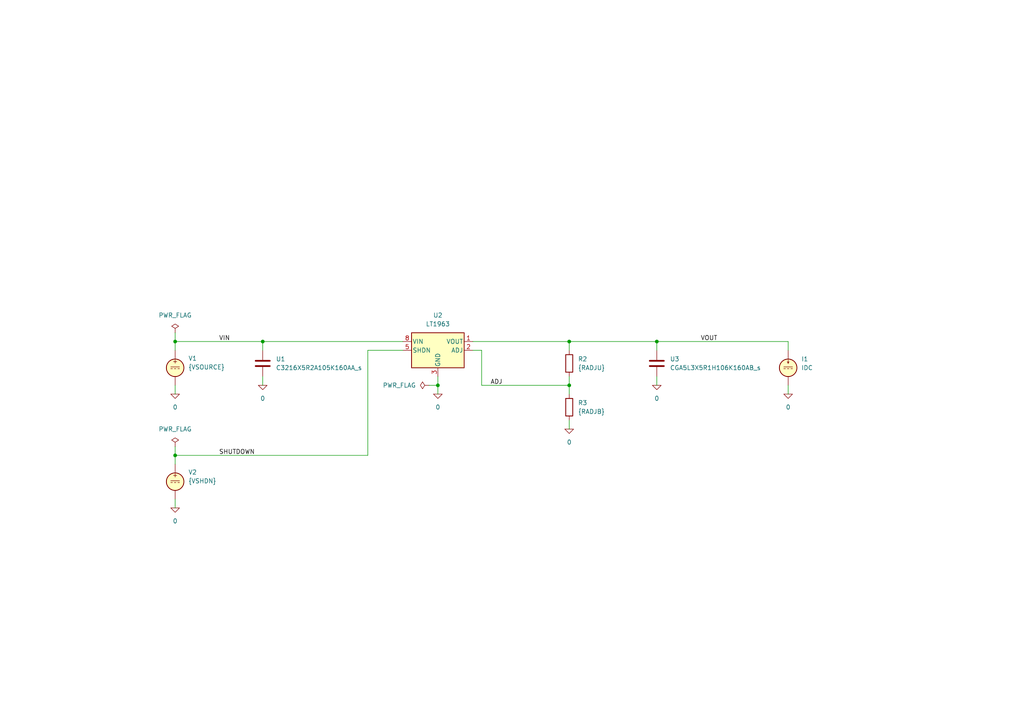
<source format=kicad_sch>
(kicad_sch
	(version 20231120)
	(generator "eeschema")
	(generator_version "8.0")
	(uuid "81742c0b-b5f8-4253-8cb0-488249ae7df1")
	(paper "A4")
	(title_block
		(title "1.5A, low noise, fast transient response LDO regulator")
		(date "2024-11-28")
		(rev "2")
		(company "astroelectronic@")
		(comment 1 "-")
		(comment 2 "-")
		(comment 3 "-")
		(comment 4 "AE01005963")
	)
	(lib_symbols
		(symbol "C_1"
			(pin_numbers hide)
			(pin_names
				(offset 0.254)
			)
			(exclude_from_sim no)
			(in_bom yes)
			(on_board yes)
			(property "Reference" "C"
				(at 0.635 2.54 0)
				(effects
					(font
						(size 1.27 1.27)
					)
					(justify left)
				)
			)
			(property "Value" "C_1"
				(at 0.635 -2.54 0)
				(effects
					(font
						(size 1.27 1.27)
					)
					(justify left)
				)
			)
			(property "Footprint" ""
				(at 0.9652 -3.81 0)
				(effects
					(font
						(size 1.27 1.27)
					)
					(hide yes)
				)
			)
			(property "Datasheet" "~"
				(at 0 0 0)
				(effects
					(font
						(size 1.27 1.27)
					)
					(hide yes)
				)
			)
			(property "Description" "Unpolarized capacitor"
				(at 0 0 0)
				(effects
					(font
						(size 1.27 1.27)
					)
					(hide yes)
				)
			)
			(property "ki_keywords" "cap capacitor"
				(at 0 0 0)
				(effects
					(font
						(size 1.27 1.27)
					)
					(hide yes)
				)
			)
			(property "ki_fp_filters" "C_*"
				(at 0 0 0)
				(effects
					(font
						(size 1.27 1.27)
					)
					(hide yes)
				)
			)
			(symbol "C_1_0_1"
				(polyline
					(pts
						(xy -2.032 -0.762) (xy 2.032 -0.762)
					)
					(stroke
						(width 0.508)
						(type default)
					)
					(fill
						(type none)
					)
				)
				(polyline
					(pts
						(xy -2.032 0.762) (xy 2.032 0.762)
					)
					(stroke
						(width 0.508)
						(type default)
					)
					(fill
						(type none)
					)
				)
			)
			(symbol "C_1_1_1"
				(pin passive line
					(at 0 3.81 270)
					(length 2.794)
					(name "~"
						(effects
							(font
								(size 1.27 1.27)
							)
						)
					)
					(number "1"
						(effects
							(font
								(size 1.27 1.27)
							)
						)
					)
				)
				(pin passive line
					(at 0 -3.81 90)
					(length 2.794)
					(name "~"
						(effects
							(font
								(size 1.27 1.27)
							)
						)
					)
					(number "2"
						(effects
							(font
								(size 1.27 1.27)
							)
						)
					)
				)
			)
		)
		(symbol "C_2"
			(pin_numbers hide)
			(pin_names
				(offset 0.254)
			)
			(exclude_from_sim no)
			(in_bom yes)
			(on_board yes)
			(property "Reference" "C"
				(at 0.635 2.54 0)
				(effects
					(font
						(size 1.27 1.27)
					)
					(justify left)
				)
			)
			(property "Value" "C_2"
				(at 0.635 -2.54 0)
				(effects
					(font
						(size 1.27 1.27)
					)
					(justify left)
				)
			)
			(property "Footprint" ""
				(at 0.9652 -3.81 0)
				(effects
					(font
						(size 1.27 1.27)
					)
					(hide yes)
				)
			)
			(property "Datasheet" "~"
				(at 0 0 0)
				(effects
					(font
						(size 1.27 1.27)
					)
					(hide yes)
				)
			)
			(property "Description" "Unpolarized capacitor"
				(at 0 0 0)
				(effects
					(font
						(size 1.27 1.27)
					)
					(hide yes)
				)
			)
			(property "ki_keywords" "cap capacitor"
				(at 0 0 0)
				(effects
					(font
						(size 1.27 1.27)
					)
					(hide yes)
				)
			)
			(property "ki_fp_filters" "C_*"
				(at 0 0 0)
				(effects
					(font
						(size 1.27 1.27)
					)
					(hide yes)
				)
			)
			(symbol "C_2_0_1"
				(polyline
					(pts
						(xy -2.032 -0.762) (xy 2.032 -0.762)
					)
					(stroke
						(width 0.508)
						(type default)
					)
					(fill
						(type none)
					)
				)
				(polyline
					(pts
						(xy -2.032 0.762) (xy 2.032 0.762)
					)
					(stroke
						(width 0.508)
						(type default)
					)
					(fill
						(type none)
					)
				)
			)
			(symbol "C_2_1_1"
				(pin passive line
					(at 0 3.81 270)
					(length 2.794)
					(name "~"
						(effects
							(font
								(size 1.27 1.27)
							)
						)
					)
					(number "1"
						(effects
							(font
								(size 1.27 1.27)
							)
						)
					)
				)
				(pin passive line
					(at 0 -3.81 90)
					(length 2.794)
					(name "~"
						(effects
							(font
								(size 1.27 1.27)
							)
						)
					)
					(number "2"
						(effects
							(font
								(size 1.27 1.27)
							)
						)
					)
				)
			)
		)
		(symbol "LT1963:0"
			(power)
			(pin_names
				(offset 0)
			)
			(exclude_from_sim no)
			(in_bom yes)
			(on_board yes)
			(property "Reference" "#GND"
				(at 0 -2.54 0)
				(effects
					(font
						(size 1.27 1.27)
					)
					(hide yes)
				)
			)
			(property "Value" "0"
				(at 0 -1.778 0)
				(effects
					(font
						(size 1.27 1.27)
					)
				)
			)
			(property "Footprint" ""
				(at 0 0 0)
				(effects
					(font
						(size 1.27 1.27)
					)
					(hide yes)
				)
			)
			(property "Datasheet" "~"
				(at 0 0 0)
				(effects
					(font
						(size 1.27 1.27)
					)
					(hide yes)
				)
			)
			(property "Description" "0V reference potential for simulation"
				(at 0 0 0)
				(effects
					(font
						(size 1.27 1.27)
					)
					(hide yes)
				)
			)
			(property "ki_keywords" "simulation"
				(at 0 0 0)
				(effects
					(font
						(size 1.27 1.27)
					)
					(hide yes)
				)
			)
			(symbol "0_0_1"
				(polyline
					(pts
						(xy -1.27 0) (xy 0 -1.27) (xy 1.27 0) (xy -1.27 0)
					)
					(stroke
						(width 0)
						(type default)
					)
					(fill
						(type none)
					)
				)
			)
			(symbol "0_1_1"
				(pin power_in line
					(at 0 0 0)
					(length 0) hide
					(name "0"
						(effects
							(font
								(size 1.016 1.016)
							)
						)
					)
					(number "1"
						(effects
							(font
								(size 1.016 1.016)
							)
						)
					)
				)
			)
		)
		(symbol "LT1963:IDC"
			(pin_numbers hide)
			(pin_names
				(offset 0.0254)
			)
			(exclude_from_sim no)
			(in_bom yes)
			(on_board yes)
			(property "Reference" "I"
				(at 2.54 2.54 0)
				(effects
					(font
						(size 1.27 1.27)
					)
					(justify left)
				)
			)
			(property "Value" "1"
				(at 2.54 0 0)
				(effects
					(font
						(size 1.27 1.27)
					)
					(justify left)
				)
			)
			(property "Footprint" ""
				(at 0 0 0)
				(effects
					(font
						(size 1.27 1.27)
					)
					(hide yes)
				)
			)
			(property "Datasheet" "~"
				(at 0 0 0)
				(effects
					(font
						(size 1.27 1.27)
					)
					(hide yes)
				)
			)
			(property "Description" "Current source, DC"
				(at 0 0 0)
				(effects
					(font
						(size 1.27 1.27)
					)
					(hide yes)
				)
			)
			(property "Sim.Pins" "1=+ 2=-"
				(at 0 0 0)
				(effects
					(font
						(size 1.27 1.27)
					)
					(hide yes)
				)
			)
			(property "Sim.Type" "DC"
				(at 0 0 0)
				(effects
					(font
						(size 1.27 1.27)
					)
					(hide yes)
				)
			)
			(property "Sim.Device" "I"
				(at 0 0 0)
				(effects
					(font
						(size 1.27 1.27)
					)
					(justify left)
					(hide yes)
				)
			)
			(property "Spice_Netlist_Enabled" "Y"
				(at 0 0 0)
				(effects
					(font
						(size 1.27 1.27)
					)
					(justify left)
					(hide yes)
				)
			)
			(property "ki_keywords" "simulation"
				(at 0 0 0)
				(effects
					(font
						(size 1.27 1.27)
					)
					(hide yes)
				)
			)
			(symbol "IDC_0_0"
				(polyline
					(pts
						(xy -1.27 0.254) (xy 1.27 0.254)
					)
					(stroke
						(width 0)
						(type default)
					)
					(fill
						(type none)
					)
				)
				(polyline
					(pts
						(xy -0.762 -0.254) (xy -1.27 -0.254)
					)
					(stroke
						(width 0)
						(type default)
					)
					(fill
						(type none)
					)
				)
				(polyline
					(pts
						(xy 0.254 -0.254) (xy -0.254 -0.254)
					)
					(stroke
						(width 0)
						(type default)
					)
					(fill
						(type none)
					)
				)
				(polyline
					(pts
						(xy 1.27 -0.254) (xy 0.762 -0.254)
					)
					(stroke
						(width 0)
						(type default)
					)
					(fill
						(type none)
					)
				)
			)
			(symbol "IDC_0_1"
				(polyline
					(pts
						(xy 0 1.27) (xy 0 2.286)
					)
					(stroke
						(width 0)
						(type default)
					)
					(fill
						(type none)
					)
				)
				(polyline
					(pts
						(xy -0.254 1.778) (xy 0 1.27) (xy 0.254 1.778)
					)
					(stroke
						(width 0)
						(type default)
					)
					(fill
						(type none)
					)
				)
				(circle
					(center 0 0)
					(radius 2.54)
					(stroke
						(width 0.254)
						(type default)
					)
					(fill
						(type background)
					)
				)
			)
			(symbol "IDC_1_1"
				(pin passive line
					(at 0 5.08 270)
					(length 2.54)
					(name "~"
						(effects
							(font
								(size 1.27 1.27)
							)
						)
					)
					(number "1"
						(effects
							(font
								(size 1.27 1.27)
							)
						)
					)
				)
				(pin passive line
					(at 0 -5.08 90)
					(length 2.54)
					(name "~"
						(effects
							(font
								(size 1.27 1.27)
							)
						)
					)
					(number "2"
						(effects
							(font
								(size 1.27 1.27)
							)
						)
					)
				)
			)
		)
		(symbol "LT1963:LT1963"
			(pin_names
				(offset 0.254)
			)
			(exclude_from_sim no)
			(in_bom yes)
			(on_board yes)
			(property "Reference" "U"
				(at -6.35 6.35 0)
				(effects
					(font
						(size 1.27 1.27)
					)
				)
			)
			(property "Value" "LT1963"
				(at 0 6.35 0)
				(effects
					(font
						(size 1.27 1.27)
					)
					(justify left)
				)
			)
			(property "Footprint" ""
				(at 0 8.255 0)
				(effects
					(font
						(size 1.27 1.27)
					)
					(hide yes)
				)
			)
			(property "Datasheet" "https://www.analog.com/en/products/lt1963.html"
				(at 0 0 0)
				(effects
					(font
						(size 1.27 1.27)
					)
					(hide yes)
				)
			)
			(property "Description" "1.5A, Low Noise, Fast Transient Response LDO Regulators"
				(at 0 0 0)
				(effects
					(font
						(size 1.27 1.27)
					)
					(hide yes)
				)
			)
			(property "ki_keywords" "REGULATOR POSITIVE POWER LDO"
				(at 0 0 0)
				(effects
					(font
						(size 1.27 1.27)
					)
					(hide yes)
				)
			)
			(property "ki_fp_filters" "TSOT?23*"
				(at 0 0 0)
				(effects
					(font
						(size 1.27 1.27)
					)
					(hide yes)
				)
			)
			(symbol "LT1963_0_1"
				(rectangle
					(start -7.62 5.08)
					(end 7.62 -5.08)
					(stroke
						(width 0.254)
						(type default)
					)
					(fill
						(type background)
					)
				)
			)
			(symbol "LT1963_1_1"
				(pin passive line
					(at 10.16 2.54 180)
					(length 2.54)
					(name "VOUT"
						(effects
							(font
								(size 1.27 1.27)
							)
						)
					)
					(number "1"
						(effects
							(font
								(size 1.27 1.27)
							)
						)
					)
				)
				(pin passive line
					(at 10.16 0 180)
					(length 2.54)
					(name "ADJ"
						(effects
							(font
								(size 1.27 1.27)
							)
						)
					)
					(number "2"
						(effects
							(font
								(size 1.27 1.27)
							)
						)
					)
				)
				(pin passive line
					(at 0 -7.62 90)
					(length 2.54)
					(name "GND"
						(effects
							(font
								(size 1.27 1.27)
							)
						)
					)
					(number "3"
						(effects
							(font
								(size 1.27 1.27)
							)
						)
					)
				)
				(pin passive line
					(at -10.16 0 0)
					(length 2.54)
					(name "SHDN"
						(effects
							(font
								(size 1.27 1.27)
							)
						)
					)
					(number "5"
						(effects
							(font
								(size 1.27 1.27)
							)
						)
					)
				)
				(pin passive line
					(at -10.16 2.54 0)
					(length 2.54)
					(name "VIN"
						(effects
							(font
								(size 1.27 1.27)
							)
						)
					)
					(number "8"
						(effects
							(font
								(size 1.27 1.27)
							)
						)
					)
				)
			)
		)
		(symbol "LT1963:PWR_FLAG"
			(power)
			(pin_numbers hide)
			(pin_names
				(offset 0) hide)
			(exclude_from_sim no)
			(in_bom yes)
			(on_board yes)
			(property "Reference" "#FLG"
				(at 0 1.905 0)
				(effects
					(font
						(size 1.27 1.27)
					)
					(hide yes)
				)
			)
			(property "Value" "PWR_FLAG"
				(at 0 3.81 0)
				(effects
					(font
						(size 1.27 1.27)
					)
				)
			)
			(property "Footprint" ""
				(at 0 0 0)
				(effects
					(font
						(size 1.27 1.27)
					)
					(hide yes)
				)
			)
			(property "Datasheet" "~"
				(at 0 0 0)
				(effects
					(font
						(size 1.27 1.27)
					)
					(hide yes)
				)
			)
			(property "Description" "Special symbol for telling ERC where power comes from"
				(at 0 0 0)
				(effects
					(font
						(size 1.27 1.27)
					)
					(hide yes)
				)
			)
			(property "ki_keywords" "flag power"
				(at 0 0 0)
				(effects
					(font
						(size 1.27 1.27)
					)
					(hide yes)
				)
			)
			(symbol "PWR_FLAG_0_0"
				(pin power_out line
					(at 0 0 90)
					(length 0)
					(name "pwr"
						(effects
							(font
								(size 1.27 1.27)
							)
						)
					)
					(number "1"
						(effects
							(font
								(size 1.27 1.27)
							)
						)
					)
				)
			)
			(symbol "PWR_FLAG_0_1"
				(polyline
					(pts
						(xy 0 0) (xy 0 1.27) (xy -1.016 1.905) (xy 0 2.54) (xy 1.016 1.905) (xy 0 1.27)
					)
					(stroke
						(width 0)
						(type default)
					)
					(fill
						(type none)
					)
				)
			)
		)
		(symbol "LT1963:R"
			(pin_numbers hide)
			(pin_names
				(offset 0)
			)
			(exclude_from_sim no)
			(in_bom yes)
			(on_board yes)
			(property "Reference" "R"
				(at 2.032 0 90)
				(effects
					(font
						(size 1.27 1.27)
					)
				)
			)
			(property "Value" "R"
				(at 0 0 90)
				(effects
					(font
						(size 1.27 1.27)
					)
				)
			)
			(property "Footprint" ""
				(at -1.778 0 90)
				(effects
					(font
						(size 1.27 1.27)
					)
					(hide yes)
				)
			)
			(property "Datasheet" "~"
				(at 0 0 0)
				(effects
					(font
						(size 1.27 1.27)
					)
					(hide yes)
				)
			)
			(property "Description" "Resistor"
				(at 0 0 0)
				(effects
					(font
						(size 1.27 1.27)
					)
					(hide yes)
				)
			)
			(property "ki_keywords" "R res resistor"
				(at 0 0 0)
				(effects
					(font
						(size 1.27 1.27)
					)
					(hide yes)
				)
			)
			(property "ki_fp_filters" "R_*"
				(at 0 0 0)
				(effects
					(font
						(size 1.27 1.27)
					)
					(hide yes)
				)
			)
			(symbol "R_0_1"
				(rectangle
					(start -1.016 -2.54)
					(end 1.016 2.54)
					(stroke
						(width 0.254)
						(type default)
					)
					(fill
						(type none)
					)
				)
			)
			(symbol "R_1_1"
				(pin passive line
					(at 0 3.81 270)
					(length 1.27)
					(name "~"
						(effects
							(font
								(size 1.27 1.27)
							)
						)
					)
					(number "1"
						(effects
							(font
								(size 1.27 1.27)
							)
						)
					)
				)
				(pin passive line
					(at 0 -3.81 90)
					(length 1.27)
					(name "~"
						(effects
							(font
								(size 1.27 1.27)
							)
						)
					)
					(number "2"
						(effects
							(font
								(size 1.27 1.27)
							)
						)
					)
				)
			)
		)
		(symbol "LT1963:VDC"
			(pin_numbers hide)
			(pin_names
				(offset 0.0254)
			)
			(exclude_from_sim no)
			(in_bom yes)
			(on_board yes)
			(property "Reference" "V"
				(at 2.54 2.54 0)
				(effects
					(font
						(size 1.27 1.27)
					)
					(justify left)
				)
			)
			(property "Value" "1"
				(at 2.54 0 0)
				(effects
					(font
						(size 1.27 1.27)
					)
					(justify left)
				)
			)
			(property "Footprint" ""
				(at 0 0 0)
				(effects
					(font
						(size 1.27 1.27)
					)
					(hide yes)
				)
			)
			(property "Datasheet" "~"
				(at 0 0 0)
				(effects
					(font
						(size 1.27 1.27)
					)
					(hide yes)
				)
			)
			(property "Description" "Voltage source, DC"
				(at 0 0 0)
				(effects
					(font
						(size 1.27 1.27)
					)
					(hide yes)
				)
			)
			(property "Sim.Pins" "1=+ 2=-"
				(at 0 0 0)
				(effects
					(font
						(size 1.27 1.27)
					)
					(hide yes)
				)
			)
			(property "Sim.Type" "DC"
				(at 0 0 0)
				(effects
					(font
						(size 1.27 1.27)
					)
					(hide yes)
				)
			)
			(property "Sim.Device" "V"
				(at 0 0 0)
				(effects
					(font
						(size 1.27 1.27)
					)
					(justify left)
					(hide yes)
				)
			)
			(property "Spice_Netlist_Enabled" "Y"
				(at 0 0 0)
				(effects
					(font
						(size 1.27 1.27)
					)
					(justify left)
					(hide yes)
				)
			)
			(property "ki_keywords" "simulation"
				(at 0 0 0)
				(effects
					(font
						(size 1.27 1.27)
					)
					(hide yes)
				)
			)
			(symbol "VDC_0_0"
				(polyline
					(pts
						(xy -1.27 0.254) (xy 1.27 0.254)
					)
					(stroke
						(width 0)
						(type default)
					)
					(fill
						(type none)
					)
				)
				(polyline
					(pts
						(xy -0.762 -0.254) (xy -1.27 -0.254)
					)
					(stroke
						(width 0)
						(type default)
					)
					(fill
						(type none)
					)
				)
				(polyline
					(pts
						(xy 0.254 -0.254) (xy -0.254 -0.254)
					)
					(stroke
						(width 0)
						(type default)
					)
					(fill
						(type none)
					)
				)
				(polyline
					(pts
						(xy 1.27 -0.254) (xy 0.762 -0.254)
					)
					(stroke
						(width 0)
						(type default)
					)
					(fill
						(type none)
					)
				)
				(text "+"
					(at 0 1.905 0)
					(effects
						(font
							(size 1.27 1.27)
						)
					)
				)
			)
			(symbol "VDC_0_1"
				(circle
					(center 0 0)
					(radius 2.54)
					(stroke
						(width 0.254)
						(type default)
					)
					(fill
						(type background)
					)
				)
			)
			(symbol "VDC_1_1"
				(pin passive line
					(at 0 5.08 270)
					(length 2.54)
					(name "~"
						(effects
							(font
								(size 1.27 1.27)
							)
						)
					)
					(number "1"
						(effects
							(font
								(size 1.27 1.27)
							)
						)
					)
				)
				(pin passive line
					(at 0 -5.08 90)
					(length 2.54)
					(name "~"
						(effects
							(font
								(size 1.27 1.27)
							)
						)
					)
					(number "2"
						(effects
							(font
								(size 1.27 1.27)
							)
						)
					)
				)
			)
		)
	)
	(junction
		(at 190.5 99.06)
		(diameter 0)
		(color 0 0 0 0)
		(uuid "11109602-1aa3-4662-aaee-cd7778ed68d3")
	)
	(junction
		(at 165.1 99.06)
		(diameter 0)
		(color 0 0 0 0)
		(uuid "42864d58-f36f-475f-827e-a50cd7d9d3a0")
	)
	(junction
		(at 165.1 111.76)
		(diameter 0)
		(color 0 0 0 0)
		(uuid "572f6b32-03c9-4d27-afda-0f6f65180ffc")
	)
	(junction
		(at 50.8 132.08)
		(diameter 0)
		(color 0 0 0 0)
		(uuid "860cd9c7-727a-4cf2-a678-590a1ffd32a3")
	)
	(junction
		(at 50.8 99.06)
		(diameter 0)
		(color 0 0 0 0)
		(uuid "b8a210d7-bdf1-4456-8c25-8a82d5c7f6cf")
	)
	(junction
		(at 76.2 99.06)
		(diameter 0)
		(color 0 0 0 0)
		(uuid "d6a02af8-1190-42d4-8ada-9f6c6c253d1c")
	)
	(junction
		(at 127 111.76)
		(diameter 0)
		(color 0 0 0 0)
		(uuid "db638b4a-fca0-4113-af5b-9bc4768de372")
	)
	(wire
		(pts
			(xy 228.6 101.6) (xy 228.6 99.06)
		)
		(stroke
			(width 0)
			(type default)
		)
		(uuid "1356824a-1a49-43ac-856e-20d1d948a33f")
	)
	(wire
		(pts
			(xy 165.1 111.76) (xy 165.1 114.3)
		)
		(stroke
			(width 0)
			(type default)
		)
		(uuid "14ba19cc-cab9-4115-9733-11cb6575238a")
	)
	(wire
		(pts
			(xy 50.8 129.54) (xy 50.8 132.08)
		)
		(stroke
			(width 0)
			(type default)
		)
		(uuid "19256baf-1083-452d-8446-92ff51587970")
	)
	(wire
		(pts
			(xy 76.2 109.22) (xy 76.2 111.76)
		)
		(stroke
			(width 0)
			(type default)
		)
		(uuid "24428103-292a-4d56-b6a0-2b2cef0552a0")
	)
	(wire
		(pts
			(xy 190.5 109.22) (xy 190.5 111.76)
		)
		(stroke
			(width 0)
			(type default)
		)
		(uuid "2a8d9f39-7015-4ef9-b3b6-73b8662dda40")
	)
	(wire
		(pts
			(xy 165.1 99.06) (xy 190.5 99.06)
		)
		(stroke
			(width 0)
			(type default)
		)
		(uuid "2ce9b536-4aa0-456b-a68c-eaf45f9c02d5")
	)
	(wire
		(pts
			(xy 106.68 101.6) (xy 106.68 132.08)
		)
		(stroke
			(width 0)
			(type default)
		)
		(uuid "32c32f00-a3ef-4b49-8025-0105833ac2f5")
	)
	(wire
		(pts
			(xy 137.16 99.06) (xy 165.1 99.06)
		)
		(stroke
			(width 0)
			(type default)
		)
		(uuid "4044a957-ffaa-4c2f-9254-eb8c2e8157ce")
	)
	(wire
		(pts
			(xy 127 109.22) (xy 127 111.76)
		)
		(stroke
			(width 0)
			(type default)
		)
		(uuid "5aa00d47-abc6-48c1-9c9d-2e2c7735ba12")
	)
	(wire
		(pts
			(xy 190.5 101.6) (xy 190.5 99.06)
		)
		(stroke
			(width 0)
			(type default)
		)
		(uuid "62d26abd-ba0c-4339-a528-0b145ba7bae8")
	)
	(wire
		(pts
			(xy 165.1 121.92) (xy 165.1 124.46)
		)
		(stroke
			(width 0)
			(type default)
		)
		(uuid "66d77bf9-f843-4274-8fb3-9aacf38ee482")
	)
	(wire
		(pts
			(xy 139.7 101.6) (xy 137.16 101.6)
		)
		(stroke
			(width 0)
			(type default)
		)
		(uuid "7a6a1a57-0510-46e9-bbc7-a1b708dac2f2")
	)
	(wire
		(pts
			(xy 50.8 144.78) (xy 50.8 147.32)
		)
		(stroke
			(width 0)
			(type default)
		)
		(uuid "7e43d0b9-1036-428e-86c6-7433e7db64fc")
	)
	(wire
		(pts
			(xy 228.6 111.76) (xy 228.6 114.3)
		)
		(stroke
			(width 0)
			(type default)
		)
		(uuid "7eec934c-6cc3-47eb-b91a-74863d77add4")
	)
	(wire
		(pts
			(xy 50.8 134.62) (xy 50.8 132.08)
		)
		(stroke
			(width 0)
			(type default)
		)
		(uuid "a3cbf3e1-7ce0-4afe-8368-2bdd4944e5f1")
	)
	(wire
		(pts
			(xy 190.5 99.06) (xy 228.6 99.06)
		)
		(stroke
			(width 0)
			(type default)
		)
		(uuid "a77d93fd-8c8f-476d-ba10-649967172bbb")
	)
	(wire
		(pts
			(xy 106.68 101.6) (xy 116.84 101.6)
		)
		(stroke
			(width 0)
			(type default)
		)
		(uuid "aab2b428-2549-4c2e-a05a-1276fc5a37dd")
	)
	(wire
		(pts
			(xy 139.7 111.76) (xy 139.7 101.6)
		)
		(stroke
			(width 0)
			(type default)
		)
		(uuid "bdcd4650-515e-48f6-8bb9-bc5bbc29ef4b")
	)
	(wire
		(pts
			(xy 50.8 99.06) (xy 76.2 99.06)
		)
		(stroke
			(width 0)
			(type default)
		)
		(uuid "be1c155e-5797-4fb6-a745-d1cc0aa3264c")
	)
	(wire
		(pts
			(xy 76.2 99.06) (xy 116.84 99.06)
		)
		(stroke
			(width 0)
			(type default)
		)
		(uuid "c0a03b20-53c0-4226-8bf9-f9dd00325717")
	)
	(wire
		(pts
			(xy 76.2 99.06) (xy 76.2 101.6)
		)
		(stroke
			(width 0)
			(type default)
		)
		(uuid "ca25e6f0-9cd2-4f65-a389-a3cfbade2b23")
	)
	(wire
		(pts
			(xy 127 111.76) (xy 124.46 111.76)
		)
		(stroke
			(width 0)
			(type default)
		)
		(uuid "cd2ecde7-a2b7-46e7-a79f-53450da65f90")
	)
	(wire
		(pts
			(xy 127 111.76) (xy 127 114.3)
		)
		(stroke
			(width 0)
			(type default)
		)
		(uuid "d1a94bdd-7134-4c78-a2d5-f25a4b0923eb")
	)
	(wire
		(pts
			(xy 165.1 99.06) (xy 165.1 101.6)
		)
		(stroke
			(width 0)
			(type default)
		)
		(uuid "d2b6b60c-8c64-4daa-b0f6-ba30cb3cf25e")
	)
	(wire
		(pts
			(xy 50.8 101.6) (xy 50.8 99.06)
		)
		(stroke
			(width 0)
			(type default)
		)
		(uuid "d2e956d2-fcf1-459e-9dd1-96352e8b6efe")
	)
	(wire
		(pts
			(xy 50.8 96.52) (xy 50.8 99.06)
		)
		(stroke
			(width 0)
			(type default)
		)
		(uuid "d4c083b6-708b-40dc-8a8d-47118ff17940")
	)
	(wire
		(pts
			(xy 165.1 109.22) (xy 165.1 111.76)
		)
		(stroke
			(width 0)
			(type default)
		)
		(uuid "d9561174-456d-4a2a-9f06-a8e41ae2ae6a")
	)
	(wire
		(pts
			(xy 50.8 111.76) (xy 50.8 114.3)
		)
		(stroke
			(width 0)
			(type default)
		)
		(uuid "e6e488de-6bbe-4325-8661-1fc9a3c093c3")
	)
	(wire
		(pts
			(xy 50.8 132.08) (xy 106.68 132.08)
		)
		(stroke
			(width 0)
			(type default)
		)
		(uuid "e8949728-af45-4b39-8102-cf280eaadea9")
	)
	(wire
		(pts
			(xy 139.7 111.76) (xy 165.1 111.76)
		)
		(stroke
			(width 0)
			(type default)
		)
		(uuid "edf6db8c-9142-4bc6-8df1-2e9ad88b3a67")
	)
	(label "SHUTDOWN"
		(at 63.5 132.08 0)
		(fields_autoplaced yes)
		(effects
			(font
				(size 1.27 1.27)
			)
			(justify left bottom)
		)
		(uuid "0e98e82e-c229-45b8-8d98-afee5cfdb557")
	)
	(label "VOUT"
		(at 203.2 99.06 0)
		(fields_autoplaced yes)
		(effects
			(font
				(size 1.27 1.27)
			)
			(justify left bottom)
		)
		(uuid "24762aca-e450-47b5-8e72-e7098422ca6b")
	)
	(label "ADJ"
		(at 142.24 111.76 0)
		(fields_autoplaced yes)
		(effects
			(font
				(size 1.27 1.27)
			)
			(justify left bottom)
		)
		(uuid "81ea7eac-d918-446e-8f07-195c3b50ec83")
	)
	(label "VIN"
		(at 63.5 99.06 0)
		(fields_autoplaced yes)
		(effects
			(font
				(size 1.27 1.27)
			)
			(justify left bottom)
		)
		(uuid "ce8c0197-12fa-46ad-99d9-f8922b3114cb")
	)
	(symbol
		(lib_id "LT1963:0")
		(at 76.2 111.76 0)
		(unit 1)
		(exclude_from_sim no)
		(in_bom yes)
		(on_board yes)
		(dnp no)
		(fields_autoplaced yes)
		(uuid "0268f42e-e91b-4228-ae8f-e4c54ec3fe40")
		(property "Reference" "#GND0106"
			(at 76.2 114.3 0)
			(effects
				(font
					(size 1.27 1.27)
				)
				(hide yes)
			)
		)
		(property "Value" "0"
			(at 76.2 115.57 0)
			(effects
				(font
					(size 1.27 1.27)
				)
			)
		)
		(property "Footprint" ""
			(at 76.2 111.76 0)
			(effects
				(font
					(size 1.27 1.27)
				)
				(hide yes)
			)
		)
		(property "Datasheet" "~"
			(at 76.2 111.76 0)
			(effects
				(font
					(size 1.27 1.27)
				)
				(hide yes)
			)
		)
		(property "Description" ""
			(at 76.2 111.76 0)
			(effects
				(font
					(size 1.27 1.27)
				)
				(hide yes)
			)
		)
		(pin "1"
			(uuid "87809094-6005-4f08-a78c-1cb4819790d4")
		)
		(instances
			(project "LT1963_shutdown"
				(path "/81742c0b-b5f8-4253-8cb0-488249ae7df1"
					(reference "#GND0106")
					(unit 1)
				)
			)
		)
	)
	(symbol
		(lib_id "LT1963:0")
		(at 50.8 114.3 0)
		(unit 1)
		(exclude_from_sim no)
		(in_bom yes)
		(on_board yes)
		(dnp no)
		(fields_autoplaced yes)
		(uuid "2636227d-dfd1-4aac-8057-54746b3d0781")
		(property "Reference" "#GND0105"
			(at 50.8 116.84 0)
			(effects
				(font
					(size 1.27 1.27)
				)
				(hide yes)
			)
		)
		(property "Value" "0"
			(at 50.8 118.11 0)
			(effects
				(font
					(size 1.27 1.27)
				)
			)
		)
		(property "Footprint" ""
			(at 50.8 114.3 0)
			(effects
				(font
					(size 1.27 1.27)
				)
				(hide yes)
			)
		)
		(property "Datasheet" "~"
			(at 50.8 114.3 0)
			(effects
				(font
					(size 1.27 1.27)
				)
				(hide yes)
			)
		)
		(property "Description" ""
			(at 50.8 114.3 0)
			(effects
				(font
					(size 1.27 1.27)
				)
				(hide yes)
			)
		)
		(pin "1"
			(uuid "f6042a3f-6901-42ff-989d-e64f26386100")
		)
		(instances
			(project "LT1963_shutdown"
				(path "/81742c0b-b5f8-4253-8cb0-488249ae7df1"
					(reference "#GND0105")
					(unit 1)
				)
			)
		)
	)
	(symbol
		(lib_name "LT1963:IDC")
		(lib_id "LT1963:IDC")
		(at 228.6 106.68 0)
		(unit 1)
		(exclude_from_sim no)
		(in_bom yes)
		(on_board yes)
		(dnp no)
		(fields_autoplaced yes)
		(uuid "298384bb-7d38-4da4-8df4-4a5870f13a7e")
		(property "Reference" "I1"
			(at 232.41 104.1399 0)
			(effects
				(font
					(size 1.27 1.27)
				)
				(justify left)
			)
		)
		(property "Value" "IDC"
			(at 232.41 106.6799 0)
			(effects
				(font
					(size 1.27 1.27)
				)
				(justify left)
			)
		)
		(property "Footprint" ""
			(at 228.6 106.68 0)
			(effects
				(font
					(size 1.27 1.27)
				)
				(hide yes)
			)
		)
		(property "Datasheet" "~"
			(at 228.6 106.68 0)
			(effects
				(font
					(size 1.27 1.27)
				)
				(hide yes)
			)
		)
		(property "Description" ""
			(at 228.6 106.68 0)
			(effects
				(font
					(size 1.27 1.27)
				)
				(hide yes)
			)
		)
		(property "Sim.Device" "SPICE"
			(at 228.6 106.68 0)
			(effects
				(font
					(size 1.27 1.27)
				)
				(justify left)
				(hide yes)
			)
		)
		(property "Sim.Params" "type=\"I\" model=\"{ILOAD}\" lib=\"\""
			(at 0 0 0)
			(effects
				(font
					(size 1.27 1.27)
				)
				(hide yes)
			)
		)
		(property "Sim.Pins" "1=1 2=2"
			(at 0 0 0)
			(effects
				(font
					(size 1.27 1.27)
				)
				(hide yes)
			)
		)
		(pin "1"
			(uuid "32a72a8c-2687-4119-9922-5a673c19d69c")
		)
		(pin "2"
			(uuid "079d57c3-5333-4c39-8798-a4a1eaea928b")
		)
		(instances
			(project "LT1963_shutdown"
				(path "/81742c0b-b5f8-4253-8cb0-488249ae7df1"
					(reference "I1")
					(unit 1)
				)
			)
		)
	)
	(symbol
		(lib_id "LT1963:R")
		(at 165.1 105.41 0)
		(unit 1)
		(exclude_from_sim no)
		(in_bom yes)
		(on_board yes)
		(dnp no)
		(fields_autoplaced yes)
		(uuid "5179e288-479b-4b93-b9e7-fe29fddc8aad")
		(property "Reference" "R2"
			(at 167.64 104.1399 0)
			(effects
				(font
					(size 1.27 1.27)
				)
				(justify left)
			)
		)
		(property "Value" "{RADJU}"
			(at 167.64 106.6799 0)
			(effects
				(font
					(size 1.27 1.27)
				)
				(justify left)
			)
		)
		(property "Footprint" ""
			(at 163.322 105.41 90)
			(effects
				(font
					(size 1.27 1.27)
				)
				(hide yes)
			)
		)
		(property "Datasheet" "~"
			(at 165.1 105.41 0)
			(effects
				(font
					(size 1.27 1.27)
				)
				(hide yes)
			)
		)
		(property "Description" ""
			(at 165.1 105.41 0)
			(effects
				(font
					(size 1.27 1.27)
				)
				(hide yes)
			)
		)
		(pin "1"
			(uuid "75160e0e-ec09-455e-97e7-7d760a083bc9")
		)
		(pin "2"
			(uuid "4f80291a-1c8e-4654-b7d9-bc61f549b91b")
		)
		(instances
			(project "LT1963_shutdown"
				(path "/81742c0b-b5f8-4253-8cb0-488249ae7df1"
					(reference "R2")
					(unit 1)
				)
			)
		)
	)
	(symbol
		(lib_id "LT1963:LT1963")
		(at 127 101.6 0)
		(unit 1)
		(exclude_from_sim no)
		(in_bom yes)
		(on_board yes)
		(dnp no)
		(fields_autoplaced yes)
		(uuid "6f3090ca-8a2a-4952-977f-55a0d94c98be")
		(property "Reference" "U2"
			(at 127 91.44 0)
			(effects
				(font
					(size 1.27 1.27)
				)
			)
		)
		(property "Value" "LT1963"
			(at 127 93.98 0)
			(effects
				(font
					(size 1.27 1.27)
				)
			)
		)
		(property "Footprint" ""
			(at 127 93.345 0)
			(effects
				(font
					(size 1.27 1.27)
				)
				(hide yes)
			)
		)
		(property "Datasheet" "https://www.analog.com/en/products/lt1963.html"
			(at 127 101.6 0)
			(effects
				(font
					(size 1.27 1.27)
				)
				(hide yes)
			)
		)
		(property "Description" ""
			(at 127 101.6 0)
			(effects
				(font
					(size 1.27 1.27)
				)
				(hide yes)
			)
		)
		(property "Sim.Device" "SUBCKT"
			(at 127 101.6 0)
			(effects
				(font
					(size 1.27 1.27)
				)
				(hide yes)
			)
		)
		(property "Sim.Pins" "1=1 2=2 3=3 5=5 8=8"
			(at 0 0 0)
			(effects
				(font
					(size 1.27 1.27)
				)
				(hide yes)
			)
		)
		(property "Sim.Library" "C:\\AE\\LT1963\\_models\\LT1963.lib"
			(at 127 101.6 0)
			(effects
				(font
					(size 1.27 1.27)
				)
				(hide yes)
			)
		)
		(property "Sim.Name" "LT1963"
			(at 127 101.6 0)
			(effects
				(font
					(size 1.27 1.27)
				)
				(hide yes)
			)
		)
		(pin "1"
			(uuid "c949554c-ec0d-4ad0-bff2-fe3f66317414")
		)
		(pin "2"
			(uuid "fd824f4f-8143-4f8f-afdf-d2d87ab6ae03")
		)
		(pin "3"
			(uuid "093f7dfa-73fa-44bb-a66f-34adfb0fe6b2")
		)
		(pin "5"
			(uuid "98f21b62-419f-47ff-bd73-50b4e5fdd402")
		)
		(pin "8"
			(uuid "e90f6c44-d6b9-4325-8eac-3d430763a2e3")
		)
		(instances
			(project "LT1963_shutdown"
				(path "/81742c0b-b5f8-4253-8cb0-488249ae7df1"
					(reference "U2")
					(unit 1)
				)
			)
		)
	)
	(symbol
		(lib_id "LT1963:0")
		(at 228.6 114.3 0)
		(unit 1)
		(exclude_from_sim no)
		(in_bom yes)
		(on_board yes)
		(dnp no)
		(fields_autoplaced yes)
		(uuid "88696210-2337-49e0-a868-846f60638ba6")
		(property "Reference" "#GND0102"
			(at 228.6 116.84 0)
			(effects
				(font
					(size 1.27 1.27)
				)
				(hide yes)
			)
		)
		(property "Value" "0"
			(at 228.6 118.11 0)
			(effects
				(font
					(size 1.27 1.27)
				)
			)
		)
		(property "Footprint" ""
			(at 228.6 114.3 0)
			(effects
				(font
					(size 1.27 1.27)
				)
				(hide yes)
			)
		)
		(property "Datasheet" "~"
			(at 228.6 114.3 0)
			(effects
				(font
					(size 1.27 1.27)
				)
				(hide yes)
			)
		)
		(property "Description" ""
			(at 228.6 114.3 0)
			(effects
				(font
					(size 1.27 1.27)
				)
				(hide yes)
			)
		)
		(pin "1"
			(uuid "3cade351-21d9-4845-8a9e-625ec023cc55")
		)
		(instances
			(project "LT1963_shutdown"
				(path "/81742c0b-b5f8-4253-8cb0-488249ae7df1"
					(reference "#GND0102")
					(unit 1)
				)
			)
		)
	)
	(symbol
		(lib_id "LT1963:PWR_FLAG")
		(at 50.8 129.54 0)
		(unit 1)
		(exclude_from_sim no)
		(in_bom yes)
		(on_board yes)
		(dnp no)
		(fields_autoplaced yes)
		(uuid "8e0250ca-89d4-4943-9b8c-70f4cca1304e")
		(property "Reference" "#FLG0101"
			(at 50.8 127.635 0)
			(effects
				(font
					(size 1.27 1.27)
				)
				(hide yes)
			)
		)
		(property "Value" "PWR_FLAG"
			(at 50.8 124.46 0)
			(effects
				(font
					(size 1.27 1.27)
				)
			)
		)
		(property "Footprint" ""
			(at 50.8 129.54 0)
			(effects
				(font
					(size 1.27 1.27)
				)
				(hide yes)
			)
		)
		(property "Datasheet" "~"
			(at 50.8 129.54 0)
			(effects
				(font
					(size 1.27 1.27)
				)
				(hide yes)
			)
		)
		(property "Description" ""
			(at 50.8 129.54 0)
			(effects
				(font
					(size 1.27 1.27)
				)
				(hide yes)
			)
		)
		(pin "1"
			(uuid "399d8537-71a5-4c1a-b6a8-27a9bc87c00f")
		)
		(instances
			(project "LT1963_shutdown"
				(path "/81742c0b-b5f8-4253-8cb0-488249ae7df1"
					(reference "#FLG0101")
					(unit 1)
				)
			)
		)
	)
	(symbol
		(lib_id "LT1963:PWR_FLAG")
		(at 124.46 111.76 90)
		(unit 1)
		(exclude_from_sim no)
		(in_bom yes)
		(on_board yes)
		(dnp no)
		(fields_autoplaced yes)
		(uuid "91e4f036-2f34-4b1f-8ea4-8ab8111a0c38")
		(property "Reference" "#FLG02"
			(at 122.555 111.76 0)
			(effects
				(font
					(size 1.27 1.27)
				)
				(hide yes)
			)
		)
		(property "Value" "PWR_FLAG"
			(at 120.65 111.7599 90)
			(effects
				(font
					(size 1.27 1.27)
				)
				(justify left)
			)
		)
		(property "Footprint" ""
			(at 124.46 111.76 0)
			(effects
				(font
					(size 1.27 1.27)
				)
				(hide yes)
			)
		)
		(property "Datasheet" "~"
			(at 124.46 111.76 0)
			(effects
				(font
					(size 1.27 1.27)
				)
				(hide yes)
			)
		)
		(property "Description" ""
			(at 124.46 111.76 0)
			(effects
				(font
					(size 1.27 1.27)
				)
				(hide yes)
			)
		)
		(pin "1"
			(uuid "24b57ba5-7f01-46a1-9acf-01152a44b808")
		)
		(instances
			(project "LT1963_shutdown"
				(path "/81742c0b-b5f8-4253-8cb0-488249ae7df1"
					(reference "#FLG02")
					(unit 1)
				)
			)
		)
	)
	(symbol
		(lib_id "LT1963:0")
		(at 165.1 124.46 0)
		(unit 1)
		(exclude_from_sim no)
		(in_bom yes)
		(on_board yes)
		(dnp no)
		(fields_autoplaced yes)
		(uuid "b05f9074-b445-4550-9208-ce8c0e549e16")
		(property "Reference" "#GND01"
			(at 165.1 127 0)
			(effects
				(font
					(size 1.27 1.27)
				)
				(hide yes)
			)
		)
		(property "Value" "0"
			(at 165.1 128.27 0)
			(effects
				(font
					(size 1.27 1.27)
				)
			)
		)
		(property "Footprint" ""
			(at 165.1 124.46 0)
			(effects
				(font
					(size 1.27 1.27)
				)
				(hide yes)
			)
		)
		(property "Datasheet" "~"
			(at 165.1 124.46 0)
			(effects
				(font
					(size 1.27 1.27)
				)
				(hide yes)
			)
		)
		(property "Description" ""
			(at 165.1 124.46 0)
			(effects
				(font
					(size 1.27 1.27)
				)
				(hide yes)
			)
		)
		(pin "1"
			(uuid "084f9f8f-e52c-4f13-8829-b509f4efeaa8")
		)
		(instances
			(project "LT1963_shutdown"
				(path "/81742c0b-b5f8-4253-8cb0-488249ae7df1"
					(reference "#GND01")
					(unit 1)
				)
			)
		)
	)
	(symbol
		(lib_id "LT1963:R")
		(at 165.1 118.11 0)
		(unit 1)
		(exclude_from_sim no)
		(in_bom yes)
		(on_board yes)
		(dnp no)
		(fields_autoplaced yes)
		(uuid "bb33fd3d-f3b1-4002-aec2-c28d2fe5ee94")
		(property "Reference" "R3"
			(at 167.64 116.8399 0)
			(effects
				(font
					(size 1.27 1.27)
				)
				(justify left)
			)
		)
		(property "Value" "{RADJB}"
			(at 167.64 119.3799 0)
			(effects
				(font
					(size 1.27 1.27)
				)
				(justify left)
			)
		)
		(property "Footprint" ""
			(at 163.322 118.11 90)
			(effects
				(font
					(size 1.27 1.27)
				)
				(hide yes)
			)
		)
		(property "Datasheet" "~"
			(at 165.1 118.11 0)
			(effects
				(font
					(size 1.27 1.27)
				)
				(hide yes)
			)
		)
		(property "Description" ""
			(at 165.1 118.11 0)
			(effects
				(font
					(size 1.27 1.27)
				)
				(hide yes)
			)
		)
		(pin "1"
			(uuid "a1132fed-617d-4dc8-8a7e-1bd09af13475")
		)
		(pin "2"
			(uuid "3db95581-d8d1-40e7-85d0-dc714b66ec26")
		)
		(instances
			(project "LT1963_shutdown"
				(path "/81742c0b-b5f8-4253-8cb0-488249ae7df1"
					(reference "R3")
					(unit 1)
				)
			)
		)
	)
	(symbol
		(lib_id "LT1963:0")
		(at 127 114.3 0)
		(unit 1)
		(exclude_from_sim no)
		(in_bom yes)
		(on_board yes)
		(dnp no)
		(fields_autoplaced yes)
		(uuid "ca00b8cb-82c6-4e39-aef0-5aa9c7125143")
		(property "Reference" "#GND0104"
			(at 127 116.84 0)
			(effects
				(font
					(size 1.27 1.27)
				)
				(hide yes)
			)
		)
		(property "Value" "0"
			(at 127 118.11 0)
			(effects
				(font
					(size 1.27 1.27)
				)
			)
		)
		(property "Footprint" ""
			(at 127 114.3 0)
			(effects
				(font
					(size 1.27 1.27)
				)
				(hide yes)
			)
		)
		(property "Datasheet" "~"
			(at 127 114.3 0)
			(effects
				(font
					(size 1.27 1.27)
				)
				(hide yes)
			)
		)
		(property "Description" ""
			(at 127 114.3 0)
			(effects
				(font
					(size 1.27 1.27)
				)
				(hide yes)
			)
		)
		(pin "1"
			(uuid "e2176f4e-b1df-4cf9-9201-f9e49451cf28")
		)
		(instances
			(project "LT1963_shutdown"
				(path "/81742c0b-b5f8-4253-8cb0-488249ae7df1"
					(reference "#GND0104")
					(unit 1)
				)
			)
		)
	)
	(symbol
		(lib_name "C_1")
		(lib_id "LT1963:C_1")
		(at 190.5 105.41 0)
		(unit 1)
		(exclude_from_sim no)
		(in_bom yes)
		(on_board yes)
		(dnp no)
		(fields_autoplaced yes)
		(uuid "ca4e33ea-f1af-4f32-af7b-7ca71fd4b6e8")
		(property "Reference" "U3"
			(at 194.31 104.1399 0)
			(effects
				(font
					(size 1.27 1.27)
				)
				(justify left)
			)
		)
		(property "Value" "CGA5L3X5R1H106K160AB_s"
			(at 194.31 106.6799 0)
			(effects
				(font
					(size 1.27 1.27)
				)
				(justify left)
			)
		)
		(property "Footprint" ""
			(at 191.4652 109.22 0)
			(effects
				(font
					(size 1.27 1.27)
				)
				(hide yes)
			)
		)
		(property "Datasheet" "~"
			(at 190.5 105.41 0)
			(effects
				(font
					(size 1.27 1.27)
				)
				(hide yes)
			)
		)
		(property "Description" ""
			(at 190.5 105.41 0)
			(effects
				(font
					(size 1.27 1.27)
				)
				(hide yes)
			)
		)
		(property "Sim.Device" "SUBCKT"
			(at 190.5 105.41 0)
			(effects
				(font
					(size 1.27 1.27)
				)
				(hide yes)
			)
		)
		(property "Sim.Pins" "1=n1 2=n2"
			(at 0 0 0)
			(effects
				(font
					(size 1.27 1.27)
				)
				(hide yes)
			)
		)
		(property "Sim.Library" "C:\\AE\\LT1963\\_models\\CGA5L3X5R1H106K160AB_s.mod"
			(at 190.5 105.41 0)
			(effects
				(font
					(size 1.27 1.27)
				)
				(hide yes)
			)
		)
		(property "Sim.Name" "CGA5L3X5R1H106K160AB_s"
			(at 190.5 105.41 0)
			(effects
				(font
					(size 1.27 1.27)
				)
				(hide yes)
			)
		)
		(pin "1"
			(uuid "fc9fd457-6032-44fe-9d79-d3060e6539af")
		)
		(pin "2"
			(uuid "95e0d935-97fa-4866-9c22-7b59c6b002c4")
		)
		(instances
			(project "LT1963_shutdown"
				(path "/81742c0b-b5f8-4253-8cb0-488249ae7df1"
					(reference "U3")
					(unit 1)
				)
			)
		)
	)
	(symbol
		(lib_id "LT1963:0")
		(at 190.5 111.76 0)
		(unit 1)
		(exclude_from_sim no)
		(in_bom yes)
		(on_board yes)
		(dnp no)
		(fields_autoplaced yes)
		(uuid "cef154e8-0aac-4ac9-b070-00e82061b100")
		(property "Reference" "#GND0101"
			(at 190.5 114.3 0)
			(effects
				(font
					(size 1.27 1.27)
				)
				(hide yes)
			)
		)
		(property "Value" "0"
			(at 190.5 115.57 0)
			(effects
				(font
					(size 1.27 1.27)
				)
			)
		)
		(property "Footprint" ""
			(at 190.5 111.76 0)
			(effects
				(font
					(size 1.27 1.27)
				)
				(hide yes)
			)
		)
		(property "Datasheet" "~"
			(at 190.5 111.76 0)
			(effects
				(font
					(size 1.27 1.27)
				)
				(hide yes)
			)
		)
		(property "Description" ""
			(at 190.5 111.76 0)
			(effects
				(font
					(size 1.27 1.27)
				)
				(hide yes)
			)
		)
		(pin "1"
			(uuid "3d59f652-89a8-40ea-a4d2-265c07a83b2f")
		)
		(instances
			(project "LT1963_shutdown"
				(path "/81742c0b-b5f8-4253-8cb0-488249ae7df1"
					(reference "#GND0101")
					(unit 1)
				)
			)
		)
	)
	(symbol
		(lib_name "LT1963:VDC")
		(lib_id "LT1963:VDC")
		(at 50.8 106.68 0)
		(unit 1)
		(exclude_from_sim no)
		(in_bom yes)
		(on_board yes)
		(dnp no)
		(fields_autoplaced yes)
		(uuid "d4e4382f-6a58-4af7-83c8-7a4c17776f04")
		(property "Reference" "V1"
			(at 54.61 103.9501 0)
			(effects
				(font
					(size 1.27 1.27)
				)
				(justify left)
			)
		)
		(property "Value" "{VSOURCE}"
			(at 54.61 106.4901 0)
			(effects
				(font
					(size 1.27 1.27)
				)
				(justify left)
			)
		)
		(property "Footprint" ""
			(at 50.8 106.68 0)
			(effects
				(font
					(size 1.27 1.27)
				)
				(hide yes)
			)
		)
		(property "Datasheet" "~"
			(at 50.8 106.68 0)
			(effects
				(font
					(size 1.27 1.27)
				)
				(hide yes)
			)
		)
		(property "Description" ""
			(at 50.8 106.68 0)
			(effects
				(font
					(size 1.27 1.27)
				)
				(hide yes)
			)
		)
		(property "Sim.Device" "SPICE"
			(at 50.8 106.68 0)
			(effects
				(font
					(size 1.27 1.27)
				)
				(justify left)
				(hide yes)
			)
		)
		(property "Sim.Params" "type=\"V\" model=\"{VSOURCE}\" lib=\"\""
			(at 0 0 0)
			(effects
				(font
					(size 1.27 1.27)
				)
				(hide yes)
			)
		)
		(property "Sim.Pins" "1=1 2=2"
			(at 0 0 0)
			(effects
				(font
					(size 1.27 1.27)
				)
				(hide yes)
			)
		)
		(pin "1"
			(uuid "52f65080-6718-408b-97eb-e1fee1be57a4")
		)
		(pin "2"
			(uuid "9d2a87f4-2e16-4f88-a8e9-3194bdd8fbca")
		)
		(instances
			(project "LT1963_shutdown"
				(path "/81742c0b-b5f8-4253-8cb0-488249ae7df1"
					(reference "V1")
					(unit 1)
				)
			)
		)
	)
	(symbol
		(lib_id "LT1963:PWR_FLAG")
		(at 50.8 96.52 0)
		(unit 1)
		(exclude_from_sim no)
		(in_bom yes)
		(on_board yes)
		(dnp no)
		(fields_autoplaced yes)
		(uuid "da96c7af-d84c-4600-b926-e49390dab6c9")
		(property "Reference" "#FLG01"
			(at 50.8 94.615 0)
			(effects
				(font
					(size 1.27 1.27)
				)
				(hide yes)
			)
		)
		(property "Value" "PWR_FLAG"
			(at 50.8 91.44 0)
			(effects
				(font
					(size 1.27 1.27)
				)
			)
		)
		(property "Footprint" ""
			(at 50.8 96.52 0)
			(effects
				(font
					(size 1.27 1.27)
				)
				(hide yes)
			)
		)
		(property "Datasheet" "~"
			(at 50.8 96.52 0)
			(effects
				(font
					(size 1.27 1.27)
				)
				(hide yes)
			)
		)
		(property "Description" ""
			(at 50.8 96.52 0)
			(effects
				(font
					(size 1.27 1.27)
				)
				(hide yes)
			)
		)
		(pin "1"
			(uuid "f0cfcd9f-1b1c-4387-976d-318d5eb9afac")
		)
		(instances
			(project "LT1963_shutdown"
				(path "/81742c0b-b5f8-4253-8cb0-488249ae7df1"
					(reference "#FLG01")
					(unit 1)
				)
			)
		)
	)
	(symbol
		(lib_name "C_2")
		(lib_id "LT1963:C_2")
		(at 76.2 105.41 0)
		(unit 1)
		(exclude_from_sim no)
		(in_bom yes)
		(on_board yes)
		(dnp no)
		(fields_autoplaced yes)
		(uuid "e09d8dd9-00a5-4e43-bd5e-e905314a3ff4")
		(property "Reference" "U1"
			(at 80.01 104.1399 0)
			(effects
				(font
					(size 1.27 1.27)
				)
				(justify left)
			)
		)
		(property "Value" "C3216X5R2A105K160AA_s"
			(at 80.01 106.6799 0)
			(effects
				(font
					(size 1.27 1.27)
				)
				(justify left)
			)
		)
		(property "Footprint" ""
			(at 77.1652 109.22 0)
			(effects
				(font
					(size 1.27 1.27)
				)
				(hide yes)
			)
		)
		(property "Datasheet" "~"
			(at 76.2 105.41 0)
			(effects
				(font
					(size 1.27 1.27)
				)
				(hide yes)
			)
		)
		(property "Description" ""
			(at 76.2 105.41 0)
			(effects
				(font
					(size 1.27 1.27)
				)
				(hide yes)
			)
		)
		(property "Sim.Device" "SUBCKT"
			(at 76.2 105.41 0)
			(effects
				(font
					(size 1.27 1.27)
				)
				(hide yes)
			)
		)
		(property "Sim.Pins" "1=n1 2=n2"
			(at 0 0 0)
			(effects
				(font
					(size 1.27 1.27)
				)
				(hide yes)
			)
		)
		(property "Sim.Library" "C:\\AE\\LT1963\\_models\\C3216X5R2A105K160AA_s.mod"
			(at 76.2 105.41 0)
			(effects
				(font
					(size 1.27 1.27)
				)
				(hide yes)
			)
		)
		(property "Sim.Name" "C3216X5R2A105K160AA_s"
			(at 76.2 105.41 0)
			(effects
				(font
					(size 1.27 1.27)
				)
				(hide yes)
			)
		)
		(pin "1"
			(uuid "a4dabcb5-741b-4cbf-8a46-2984be6a0d1d")
		)
		(pin "2"
			(uuid "7b020a18-5e71-47d4-abe9-37db2d1440c1")
		)
		(instances
			(project "LT1963_shutdown"
				(path "/81742c0b-b5f8-4253-8cb0-488249ae7df1"
					(reference "U1")
					(unit 1)
				)
			)
		)
	)
	(symbol
		(lib_id "LT1963:0")
		(at 50.8 147.32 0)
		(unit 1)
		(exclude_from_sim no)
		(in_bom yes)
		(on_board yes)
		(dnp no)
		(fields_autoplaced yes)
		(uuid "e6320ef5-208d-4d2c-91fb-4dfbca750022")
		(property "Reference" "#GND0103"
			(at 50.8 149.86 0)
			(effects
				(font
					(size 1.27 1.27)
				)
				(hide yes)
			)
		)
		(property "Value" "0"
			(at 50.8 151.13 0)
			(effects
				(font
					(size 1.27 1.27)
				)
			)
		)
		(property "Footprint" ""
			(at 50.8 147.32 0)
			(effects
				(font
					(size 1.27 1.27)
				)
				(hide yes)
			)
		)
		(property "Datasheet" "~"
			(at 50.8 147.32 0)
			(effects
				(font
					(size 1.27 1.27)
				)
				(hide yes)
			)
		)
		(property "Description" ""
			(at 50.8 147.32 0)
			(effects
				(font
					(size 1.27 1.27)
				)
				(hide yes)
			)
		)
		(pin "1"
			(uuid "56ccd20c-b7a9-482f-9da8-a7f5f5142c3d")
		)
		(instances
			(project "LT1963_shutdown"
				(path "/81742c0b-b5f8-4253-8cb0-488249ae7df1"
					(reference "#GND0103")
					(unit 1)
				)
			)
		)
	)
	(symbol
		(lib_name "LT1963:VDC")
		(lib_id "LT1963:VDC")
		(at 50.8 139.7 0)
		(unit 1)
		(exclude_from_sim no)
		(in_bom yes)
		(on_board yes)
		(dnp no)
		(fields_autoplaced yes)
		(uuid "f64a16f2-649c-4ac8-9f40-d16e9bcb4483")
		(property "Reference" "V2"
			(at 54.61 136.9701 0)
			(effects
				(font
					(size 1.27 1.27)
				)
				(justify left)
			)
		)
		(property "Value" "{VSHDN}"
			(at 54.61 139.5101 0)
			(effects
				(font
					(size 1.27 1.27)
				)
				(justify left)
			)
		)
		(property "Footprint" ""
			(at 50.8 139.7 0)
			(effects
				(font
					(size 1.27 1.27)
				)
				(hide yes)
			)
		)
		(property "Datasheet" "~"
			(at 50.8 139.7 0)
			(effects
				(font
					(size 1.27 1.27)
				)
				(hide yes)
			)
		)
		(property "Description" ""
			(at 50.8 139.7 0)
			(effects
				(font
					(size 1.27 1.27)
				)
				(hide yes)
			)
		)
		(property "Sim.Device" "SPICE"
			(at 50.8 139.7 0)
			(effects
				(font
					(size 1.27 1.27)
				)
				(justify left)
				(hide yes)
			)
		)
		(property "Sim.Params" "type=\"V\" model=\"{VSHDN}\" lib=\"\""
			(at 0 0 0)
			(effects
				(font
					(size 1.27 1.27)
				)
				(hide yes)
			)
		)
		(property "Sim.Pins" "1=1 2=2"
			(at 0 0 0)
			(effects
				(font
					(size 1.27 1.27)
				)
				(hide yes)
			)
		)
		(pin "1"
			(uuid "0a878ade-09aa-42e2-a862-6f066648cd74")
		)
		(pin "2"
			(uuid "53d02bbb-1bde-47dc-9170-1f7ecee3f272")
		)
		(instances
			(project "LT1963_shutdown"
				(path "/81742c0b-b5f8-4253-8cb0-488249ae7df1"
					(reference "V2")
					(unit 1)
				)
			)
		)
	)
	(sheet_instances
		(path "/"
			(page "1")
		)
	)
)
</source>
